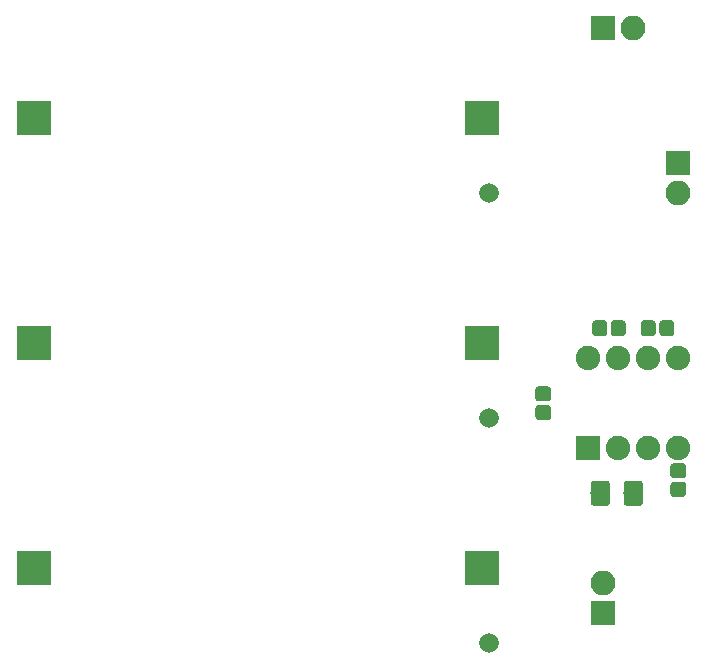
<source format=gbr>
G04 #@! TF.GenerationSoftware,KiCad,Pcbnew,5.0.0+dfsg1-2*
G04 #@! TF.CreationDate,2019-06-02T14:02:43-05:00*
G04 #@! TF.ProjectId,scope-current-shunt,73636F70652D63757272656E742D7368,rev?*
G04 #@! TF.SameCoordinates,Original*
G04 #@! TF.FileFunction,Soldermask,Top*
G04 #@! TF.FilePolarity,Negative*
%FSLAX46Y46*%
G04 Gerber Fmt 4.6, Leading zero omitted, Abs format (unit mm)*
G04 Created by KiCad (PCBNEW 5.0.0+dfsg1-2) date Sun Jun  2 14:02:43 2019*
%MOMM*%
%LPD*%
G01*
G04 APERTURE LIST*
%ADD10C,0.100000*%
%ADD11C,1.275000*%
%ADD12R,2.100000X2.100000*%
%ADD13O,2.100000X2.100000*%
%ADD14C,1.650000*%
%ADD15R,2.076400X2.076400*%
%ADD16C,2.076400*%
%ADD17R,2.940000X2.940000*%
%ADD18C,1.670000*%
G04 APERTURE END LIST*
D10*
G04 #@! TO.C,C1*
G36*
X156559993Y-122516535D02*
X156590935Y-122521125D01*
X156621278Y-122528725D01*
X156650730Y-122539263D01*
X156679008Y-122552638D01*
X156705838Y-122568719D01*
X156730963Y-122587353D01*
X156754140Y-122608360D01*
X156775147Y-122631537D01*
X156793781Y-122656662D01*
X156809862Y-122683492D01*
X156823237Y-122711770D01*
X156833775Y-122741222D01*
X156841375Y-122771565D01*
X156845965Y-122802507D01*
X156847500Y-122833750D01*
X156847500Y-123546250D01*
X156845965Y-123577493D01*
X156841375Y-123608435D01*
X156833775Y-123638778D01*
X156823237Y-123668230D01*
X156809862Y-123696508D01*
X156793781Y-123723338D01*
X156775147Y-123748463D01*
X156754140Y-123771640D01*
X156730963Y-123792647D01*
X156705838Y-123811281D01*
X156679008Y-123827362D01*
X156650730Y-123840737D01*
X156621278Y-123851275D01*
X156590935Y-123858875D01*
X156559993Y-123863465D01*
X156528750Y-123865000D01*
X155891250Y-123865000D01*
X155860007Y-123863465D01*
X155829065Y-123858875D01*
X155798722Y-123851275D01*
X155769270Y-123840737D01*
X155740992Y-123827362D01*
X155714162Y-123811281D01*
X155689037Y-123792647D01*
X155665860Y-123771640D01*
X155644853Y-123748463D01*
X155626219Y-123723338D01*
X155610138Y-123696508D01*
X155596763Y-123668230D01*
X155586225Y-123638778D01*
X155578625Y-123608435D01*
X155574035Y-123577493D01*
X155572500Y-123546250D01*
X155572500Y-122833750D01*
X155574035Y-122802507D01*
X155578625Y-122771565D01*
X155586225Y-122741222D01*
X155596763Y-122711770D01*
X155610138Y-122683492D01*
X155626219Y-122656662D01*
X155644853Y-122631537D01*
X155665860Y-122608360D01*
X155689037Y-122587353D01*
X155714162Y-122568719D01*
X155740992Y-122552638D01*
X155769270Y-122539263D01*
X155798722Y-122528725D01*
X155829065Y-122521125D01*
X155860007Y-122516535D01*
X155891250Y-122515000D01*
X156528750Y-122515000D01*
X156559993Y-122516535D01*
X156559993Y-122516535D01*
G37*
D11*
X156210000Y-123190000D03*
D10*
G36*
X154984993Y-122516535D02*
X155015935Y-122521125D01*
X155046278Y-122528725D01*
X155075730Y-122539263D01*
X155104008Y-122552638D01*
X155130838Y-122568719D01*
X155155963Y-122587353D01*
X155179140Y-122608360D01*
X155200147Y-122631537D01*
X155218781Y-122656662D01*
X155234862Y-122683492D01*
X155248237Y-122711770D01*
X155258775Y-122741222D01*
X155266375Y-122771565D01*
X155270965Y-122802507D01*
X155272500Y-122833750D01*
X155272500Y-123546250D01*
X155270965Y-123577493D01*
X155266375Y-123608435D01*
X155258775Y-123638778D01*
X155248237Y-123668230D01*
X155234862Y-123696508D01*
X155218781Y-123723338D01*
X155200147Y-123748463D01*
X155179140Y-123771640D01*
X155155963Y-123792647D01*
X155130838Y-123811281D01*
X155104008Y-123827362D01*
X155075730Y-123840737D01*
X155046278Y-123851275D01*
X155015935Y-123858875D01*
X154984993Y-123863465D01*
X154953750Y-123865000D01*
X154316250Y-123865000D01*
X154285007Y-123863465D01*
X154254065Y-123858875D01*
X154223722Y-123851275D01*
X154194270Y-123840737D01*
X154165992Y-123827362D01*
X154139162Y-123811281D01*
X154114037Y-123792647D01*
X154090860Y-123771640D01*
X154069853Y-123748463D01*
X154051219Y-123723338D01*
X154035138Y-123696508D01*
X154021763Y-123668230D01*
X154011225Y-123638778D01*
X154003625Y-123608435D01*
X153999035Y-123577493D01*
X153997500Y-123546250D01*
X153997500Y-122833750D01*
X153999035Y-122802507D01*
X154003625Y-122771565D01*
X154011225Y-122741222D01*
X154021763Y-122711770D01*
X154035138Y-122683492D01*
X154051219Y-122656662D01*
X154069853Y-122631537D01*
X154090860Y-122608360D01*
X154114037Y-122587353D01*
X154139162Y-122568719D01*
X154165992Y-122552638D01*
X154194270Y-122539263D01*
X154223722Y-122528725D01*
X154254065Y-122521125D01*
X154285007Y-122516535D01*
X154316250Y-122515000D01*
X154953750Y-122515000D01*
X154984993Y-122516535D01*
X154984993Y-122516535D01*
G37*
D11*
X154635000Y-123190000D03*
G04 #@! TD*
D10*
G04 #@! TO.C,C2*
G36*
X161677493Y-136194035D02*
X161708435Y-136198625D01*
X161738778Y-136206225D01*
X161768230Y-136216763D01*
X161796508Y-136230138D01*
X161823338Y-136246219D01*
X161848463Y-136264853D01*
X161871640Y-136285860D01*
X161892647Y-136309037D01*
X161911281Y-136334162D01*
X161927362Y-136360992D01*
X161940737Y-136389270D01*
X161951275Y-136418722D01*
X161958875Y-136449065D01*
X161963465Y-136480007D01*
X161965000Y-136511250D01*
X161965000Y-137148750D01*
X161963465Y-137179993D01*
X161958875Y-137210935D01*
X161951275Y-137241278D01*
X161940737Y-137270730D01*
X161927362Y-137299008D01*
X161911281Y-137325838D01*
X161892647Y-137350963D01*
X161871640Y-137374140D01*
X161848463Y-137395147D01*
X161823338Y-137413781D01*
X161796508Y-137429862D01*
X161768230Y-137443237D01*
X161738778Y-137453775D01*
X161708435Y-137461375D01*
X161677493Y-137465965D01*
X161646250Y-137467500D01*
X160933750Y-137467500D01*
X160902507Y-137465965D01*
X160871565Y-137461375D01*
X160841222Y-137453775D01*
X160811770Y-137443237D01*
X160783492Y-137429862D01*
X160756662Y-137413781D01*
X160731537Y-137395147D01*
X160708360Y-137374140D01*
X160687353Y-137350963D01*
X160668719Y-137325838D01*
X160652638Y-137299008D01*
X160639263Y-137270730D01*
X160628725Y-137241278D01*
X160621125Y-137210935D01*
X160616535Y-137179993D01*
X160615000Y-137148750D01*
X160615000Y-136511250D01*
X160616535Y-136480007D01*
X160621125Y-136449065D01*
X160628725Y-136418722D01*
X160639263Y-136389270D01*
X160652638Y-136360992D01*
X160668719Y-136334162D01*
X160687353Y-136309037D01*
X160708360Y-136285860D01*
X160731537Y-136264853D01*
X160756662Y-136246219D01*
X160783492Y-136230138D01*
X160811770Y-136216763D01*
X160841222Y-136206225D01*
X160871565Y-136198625D01*
X160902507Y-136194035D01*
X160933750Y-136192500D01*
X161646250Y-136192500D01*
X161677493Y-136194035D01*
X161677493Y-136194035D01*
G37*
D11*
X161290000Y-136830000D03*
D10*
G36*
X161677493Y-134619035D02*
X161708435Y-134623625D01*
X161738778Y-134631225D01*
X161768230Y-134641763D01*
X161796508Y-134655138D01*
X161823338Y-134671219D01*
X161848463Y-134689853D01*
X161871640Y-134710860D01*
X161892647Y-134734037D01*
X161911281Y-134759162D01*
X161927362Y-134785992D01*
X161940737Y-134814270D01*
X161951275Y-134843722D01*
X161958875Y-134874065D01*
X161963465Y-134905007D01*
X161965000Y-134936250D01*
X161965000Y-135573750D01*
X161963465Y-135604993D01*
X161958875Y-135635935D01*
X161951275Y-135666278D01*
X161940737Y-135695730D01*
X161927362Y-135724008D01*
X161911281Y-135750838D01*
X161892647Y-135775963D01*
X161871640Y-135799140D01*
X161848463Y-135820147D01*
X161823338Y-135838781D01*
X161796508Y-135854862D01*
X161768230Y-135868237D01*
X161738778Y-135878775D01*
X161708435Y-135886375D01*
X161677493Y-135890965D01*
X161646250Y-135892500D01*
X160933750Y-135892500D01*
X160902507Y-135890965D01*
X160871565Y-135886375D01*
X160841222Y-135878775D01*
X160811770Y-135868237D01*
X160783492Y-135854862D01*
X160756662Y-135838781D01*
X160731537Y-135820147D01*
X160708360Y-135799140D01*
X160687353Y-135775963D01*
X160668719Y-135750838D01*
X160652638Y-135724008D01*
X160639263Y-135695730D01*
X160628725Y-135666278D01*
X160621125Y-135635935D01*
X160616535Y-135604993D01*
X160615000Y-135573750D01*
X160615000Y-134936250D01*
X160616535Y-134905007D01*
X160621125Y-134874065D01*
X160628725Y-134843722D01*
X160639263Y-134814270D01*
X160652638Y-134785992D01*
X160668719Y-134759162D01*
X160687353Y-134734037D01*
X160708360Y-134710860D01*
X160731537Y-134689853D01*
X160756662Y-134671219D01*
X160783492Y-134655138D01*
X160811770Y-134641763D01*
X160841222Y-134631225D01*
X160871565Y-134623625D01*
X160902507Y-134619035D01*
X160933750Y-134617500D01*
X161646250Y-134617500D01*
X161677493Y-134619035D01*
X161677493Y-134619035D01*
G37*
D11*
X161290000Y-135255000D03*
G04 #@! TD*
D12*
G04 #@! TO.C,J1*
X154940000Y-147320000D03*
D13*
X154940000Y-144780000D03*
G04 #@! TD*
G04 #@! TO.C,J2*
X157480000Y-97790000D03*
D12*
X154940000Y-97790000D03*
G04 #@! TD*
D10*
G04 #@! TO.C,R1*
G36*
X158007346Y-136086589D02*
X158039380Y-136091341D01*
X158070794Y-136099210D01*
X158101286Y-136110120D01*
X158130561Y-136123966D01*
X158158338Y-136140615D01*
X158184350Y-136159907D01*
X158208345Y-136181655D01*
X158230093Y-136205650D01*
X158249385Y-136231662D01*
X158266034Y-136259439D01*
X158279880Y-136288714D01*
X158290790Y-136319206D01*
X158298659Y-136350620D01*
X158303411Y-136382654D01*
X158305000Y-136415000D01*
X158305000Y-137905000D01*
X158303411Y-137937346D01*
X158298659Y-137969380D01*
X158290790Y-138000794D01*
X158279880Y-138031286D01*
X158266034Y-138060561D01*
X158249385Y-138088338D01*
X158230093Y-138114350D01*
X158208345Y-138138345D01*
X158184350Y-138160093D01*
X158158338Y-138179385D01*
X158130561Y-138196034D01*
X158101286Y-138209880D01*
X158070794Y-138220790D01*
X158039380Y-138228659D01*
X158007346Y-138233411D01*
X157975000Y-138235000D01*
X156985000Y-138235000D01*
X156952654Y-138233411D01*
X156920620Y-138228659D01*
X156889206Y-138220790D01*
X156858714Y-138209880D01*
X156829439Y-138196034D01*
X156801662Y-138179385D01*
X156775650Y-138160093D01*
X156751655Y-138138345D01*
X156729907Y-138114350D01*
X156710615Y-138088338D01*
X156693966Y-138060561D01*
X156680120Y-138031286D01*
X156669210Y-138000794D01*
X156661341Y-137969380D01*
X156656589Y-137937346D01*
X156655000Y-137905000D01*
X156655000Y-136415000D01*
X156656589Y-136382654D01*
X156661341Y-136350620D01*
X156669210Y-136319206D01*
X156680120Y-136288714D01*
X156693966Y-136259439D01*
X156710615Y-136231662D01*
X156729907Y-136205650D01*
X156751655Y-136181655D01*
X156775650Y-136159907D01*
X156801662Y-136140615D01*
X156829439Y-136123966D01*
X156858714Y-136110120D01*
X156889206Y-136099210D01*
X156920620Y-136091341D01*
X156952654Y-136086589D01*
X156985000Y-136085000D01*
X157975000Y-136085000D01*
X158007346Y-136086589D01*
X158007346Y-136086589D01*
G37*
D14*
X157480000Y-137160000D03*
D10*
G36*
X155207346Y-136086589D02*
X155239380Y-136091341D01*
X155270794Y-136099210D01*
X155301286Y-136110120D01*
X155330561Y-136123966D01*
X155358338Y-136140615D01*
X155384350Y-136159907D01*
X155408345Y-136181655D01*
X155430093Y-136205650D01*
X155449385Y-136231662D01*
X155466034Y-136259439D01*
X155479880Y-136288714D01*
X155490790Y-136319206D01*
X155498659Y-136350620D01*
X155503411Y-136382654D01*
X155505000Y-136415000D01*
X155505000Y-137905000D01*
X155503411Y-137937346D01*
X155498659Y-137969380D01*
X155490790Y-138000794D01*
X155479880Y-138031286D01*
X155466034Y-138060561D01*
X155449385Y-138088338D01*
X155430093Y-138114350D01*
X155408345Y-138138345D01*
X155384350Y-138160093D01*
X155358338Y-138179385D01*
X155330561Y-138196034D01*
X155301286Y-138209880D01*
X155270794Y-138220790D01*
X155239380Y-138228659D01*
X155207346Y-138233411D01*
X155175000Y-138235000D01*
X154185000Y-138235000D01*
X154152654Y-138233411D01*
X154120620Y-138228659D01*
X154089206Y-138220790D01*
X154058714Y-138209880D01*
X154029439Y-138196034D01*
X154001662Y-138179385D01*
X153975650Y-138160093D01*
X153951655Y-138138345D01*
X153929907Y-138114350D01*
X153910615Y-138088338D01*
X153893966Y-138060561D01*
X153880120Y-138031286D01*
X153869210Y-138000794D01*
X153861341Y-137969380D01*
X153856589Y-137937346D01*
X153855000Y-137905000D01*
X153855000Y-136415000D01*
X153856589Y-136382654D01*
X153861341Y-136350620D01*
X153869210Y-136319206D01*
X153880120Y-136288714D01*
X153893966Y-136259439D01*
X153910615Y-136231662D01*
X153929907Y-136205650D01*
X153951655Y-136181655D01*
X153975650Y-136159907D01*
X154001662Y-136140615D01*
X154029439Y-136123966D01*
X154058714Y-136110120D01*
X154089206Y-136099210D01*
X154120620Y-136091341D01*
X154152654Y-136086589D01*
X154185000Y-136085000D01*
X155175000Y-136085000D01*
X155207346Y-136086589D01*
X155207346Y-136086589D01*
G37*
D14*
X154680000Y-137160000D03*
G04 #@! TD*
D10*
G04 #@! TO.C,R2*
G36*
X159099993Y-122516535D02*
X159130935Y-122521125D01*
X159161278Y-122528725D01*
X159190730Y-122539263D01*
X159219008Y-122552638D01*
X159245838Y-122568719D01*
X159270963Y-122587353D01*
X159294140Y-122608360D01*
X159315147Y-122631537D01*
X159333781Y-122656662D01*
X159349862Y-122683492D01*
X159363237Y-122711770D01*
X159373775Y-122741222D01*
X159381375Y-122771565D01*
X159385965Y-122802507D01*
X159387500Y-122833750D01*
X159387500Y-123546250D01*
X159385965Y-123577493D01*
X159381375Y-123608435D01*
X159373775Y-123638778D01*
X159363237Y-123668230D01*
X159349862Y-123696508D01*
X159333781Y-123723338D01*
X159315147Y-123748463D01*
X159294140Y-123771640D01*
X159270963Y-123792647D01*
X159245838Y-123811281D01*
X159219008Y-123827362D01*
X159190730Y-123840737D01*
X159161278Y-123851275D01*
X159130935Y-123858875D01*
X159099993Y-123863465D01*
X159068750Y-123865000D01*
X158431250Y-123865000D01*
X158400007Y-123863465D01*
X158369065Y-123858875D01*
X158338722Y-123851275D01*
X158309270Y-123840737D01*
X158280992Y-123827362D01*
X158254162Y-123811281D01*
X158229037Y-123792647D01*
X158205860Y-123771640D01*
X158184853Y-123748463D01*
X158166219Y-123723338D01*
X158150138Y-123696508D01*
X158136763Y-123668230D01*
X158126225Y-123638778D01*
X158118625Y-123608435D01*
X158114035Y-123577493D01*
X158112500Y-123546250D01*
X158112500Y-122833750D01*
X158114035Y-122802507D01*
X158118625Y-122771565D01*
X158126225Y-122741222D01*
X158136763Y-122711770D01*
X158150138Y-122683492D01*
X158166219Y-122656662D01*
X158184853Y-122631537D01*
X158205860Y-122608360D01*
X158229037Y-122587353D01*
X158254162Y-122568719D01*
X158280992Y-122552638D01*
X158309270Y-122539263D01*
X158338722Y-122528725D01*
X158369065Y-122521125D01*
X158400007Y-122516535D01*
X158431250Y-122515000D01*
X159068750Y-122515000D01*
X159099993Y-122516535D01*
X159099993Y-122516535D01*
G37*
D11*
X158750000Y-123190000D03*
D10*
G36*
X160674993Y-122516535D02*
X160705935Y-122521125D01*
X160736278Y-122528725D01*
X160765730Y-122539263D01*
X160794008Y-122552638D01*
X160820838Y-122568719D01*
X160845963Y-122587353D01*
X160869140Y-122608360D01*
X160890147Y-122631537D01*
X160908781Y-122656662D01*
X160924862Y-122683492D01*
X160938237Y-122711770D01*
X160948775Y-122741222D01*
X160956375Y-122771565D01*
X160960965Y-122802507D01*
X160962500Y-122833750D01*
X160962500Y-123546250D01*
X160960965Y-123577493D01*
X160956375Y-123608435D01*
X160948775Y-123638778D01*
X160938237Y-123668230D01*
X160924862Y-123696508D01*
X160908781Y-123723338D01*
X160890147Y-123748463D01*
X160869140Y-123771640D01*
X160845963Y-123792647D01*
X160820838Y-123811281D01*
X160794008Y-123827362D01*
X160765730Y-123840737D01*
X160736278Y-123851275D01*
X160705935Y-123858875D01*
X160674993Y-123863465D01*
X160643750Y-123865000D01*
X160006250Y-123865000D01*
X159975007Y-123863465D01*
X159944065Y-123858875D01*
X159913722Y-123851275D01*
X159884270Y-123840737D01*
X159855992Y-123827362D01*
X159829162Y-123811281D01*
X159804037Y-123792647D01*
X159780860Y-123771640D01*
X159759853Y-123748463D01*
X159741219Y-123723338D01*
X159725138Y-123696508D01*
X159711763Y-123668230D01*
X159701225Y-123638778D01*
X159693625Y-123608435D01*
X159689035Y-123577493D01*
X159687500Y-123546250D01*
X159687500Y-122833750D01*
X159689035Y-122802507D01*
X159693625Y-122771565D01*
X159701225Y-122741222D01*
X159711763Y-122711770D01*
X159725138Y-122683492D01*
X159741219Y-122656662D01*
X159759853Y-122631537D01*
X159780860Y-122608360D01*
X159804037Y-122587353D01*
X159829162Y-122568719D01*
X159855992Y-122552638D01*
X159884270Y-122539263D01*
X159913722Y-122528725D01*
X159944065Y-122521125D01*
X159975007Y-122516535D01*
X160006250Y-122515000D01*
X160643750Y-122515000D01*
X160674993Y-122516535D01*
X160674993Y-122516535D01*
G37*
D11*
X160325000Y-123190000D03*
G04 #@! TD*
D10*
G04 #@! TO.C,R3*
G36*
X150247493Y-129691535D02*
X150278435Y-129696125D01*
X150308778Y-129703725D01*
X150338230Y-129714263D01*
X150366508Y-129727638D01*
X150393338Y-129743719D01*
X150418463Y-129762353D01*
X150441640Y-129783360D01*
X150462647Y-129806537D01*
X150481281Y-129831662D01*
X150497362Y-129858492D01*
X150510737Y-129886770D01*
X150521275Y-129916222D01*
X150528875Y-129946565D01*
X150533465Y-129977507D01*
X150535000Y-130008750D01*
X150535000Y-130646250D01*
X150533465Y-130677493D01*
X150528875Y-130708435D01*
X150521275Y-130738778D01*
X150510737Y-130768230D01*
X150497362Y-130796508D01*
X150481281Y-130823338D01*
X150462647Y-130848463D01*
X150441640Y-130871640D01*
X150418463Y-130892647D01*
X150393338Y-130911281D01*
X150366508Y-130927362D01*
X150338230Y-130940737D01*
X150308778Y-130951275D01*
X150278435Y-130958875D01*
X150247493Y-130963465D01*
X150216250Y-130965000D01*
X149503750Y-130965000D01*
X149472507Y-130963465D01*
X149441565Y-130958875D01*
X149411222Y-130951275D01*
X149381770Y-130940737D01*
X149353492Y-130927362D01*
X149326662Y-130911281D01*
X149301537Y-130892647D01*
X149278360Y-130871640D01*
X149257353Y-130848463D01*
X149238719Y-130823338D01*
X149222638Y-130796508D01*
X149209263Y-130768230D01*
X149198725Y-130738778D01*
X149191125Y-130708435D01*
X149186535Y-130677493D01*
X149185000Y-130646250D01*
X149185000Y-130008750D01*
X149186535Y-129977507D01*
X149191125Y-129946565D01*
X149198725Y-129916222D01*
X149209263Y-129886770D01*
X149222638Y-129858492D01*
X149238719Y-129831662D01*
X149257353Y-129806537D01*
X149278360Y-129783360D01*
X149301537Y-129762353D01*
X149326662Y-129743719D01*
X149353492Y-129727638D01*
X149381770Y-129714263D01*
X149411222Y-129703725D01*
X149441565Y-129696125D01*
X149472507Y-129691535D01*
X149503750Y-129690000D01*
X150216250Y-129690000D01*
X150247493Y-129691535D01*
X150247493Y-129691535D01*
G37*
D11*
X149860000Y-130327500D03*
D10*
G36*
X150247493Y-128116535D02*
X150278435Y-128121125D01*
X150308778Y-128128725D01*
X150338230Y-128139263D01*
X150366508Y-128152638D01*
X150393338Y-128168719D01*
X150418463Y-128187353D01*
X150441640Y-128208360D01*
X150462647Y-128231537D01*
X150481281Y-128256662D01*
X150497362Y-128283492D01*
X150510737Y-128311770D01*
X150521275Y-128341222D01*
X150528875Y-128371565D01*
X150533465Y-128402507D01*
X150535000Y-128433750D01*
X150535000Y-129071250D01*
X150533465Y-129102493D01*
X150528875Y-129133435D01*
X150521275Y-129163778D01*
X150510737Y-129193230D01*
X150497362Y-129221508D01*
X150481281Y-129248338D01*
X150462647Y-129273463D01*
X150441640Y-129296640D01*
X150418463Y-129317647D01*
X150393338Y-129336281D01*
X150366508Y-129352362D01*
X150338230Y-129365737D01*
X150308778Y-129376275D01*
X150278435Y-129383875D01*
X150247493Y-129388465D01*
X150216250Y-129390000D01*
X149503750Y-129390000D01*
X149472507Y-129388465D01*
X149441565Y-129383875D01*
X149411222Y-129376275D01*
X149381770Y-129365737D01*
X149353492Y-129352362D01*
X149326662Y-129336281D01*
X149301537Y-129317647D01*
X149278360Y-129296640D01*
X149257353Y-129273463D01*
X149238719Y-129248338D01*
X149222638Y-129221508D01*
X149209263Y-129193230D01*
X149198725Y-129163778D01*
X149191125Y-129133435D01*
X149186535Y-129102493D01*
X149185000Y-129071250D01*
X149185000Y-128433750D01*
X149186535Y-128402507D01*
X149191125Y-128371565D01*
X149198725Y-128341222D01*
X149209263Y-128311770D01*
X149222638Y-128283492D01*
X149238719Y-128256662D01*
X149257353Y-128231537D01*
X149278360Y-128208360D01*
X149301537Y-128187353D01*
X149326662Y-128168719D01*
X149353492Y-128152638D01*
X149381770Y-128139263D01*
X149411222Y-128128725D01*
X149441565Y-128121125D01*
X149472507Y-128116535D01*
X149503750Y-128115000D01*
X150216250Y-128115000D01*
X150247493Y-128116535D01*
X150247493Y-128116535D01*
G37*
D11*
X149860000Y-128752500D03*
G04 #@! TD*
D15*
G04 #@! TO.C,U1*
X153670000Y-133350000D03*
D16*
X156210000Y-133350000D03*
X158750000Y-133350000D03*
X161290000Y-133350000D03*
X161290000Y-125730000D03*
X158750000Y-125730000D03*
X156210000Y-125730000D03*
X153670000Y-125730000D03*
G04 #@! TD*
D17*
G04 #@! TO.C,U2*
X106756200Y-124460000D03*
X144703800Y-124460000D03*
D18*
X145288000Y-130810000D03*
G04 #@! TD*
G04 #@! TO.C,U3*
X145288000Y-111760000D03*
D17*
X144703800Y-105410000D03*
X106756200Y-105410000D03*
G04 #@! TD*
G04 #@! TO.C,U4*
X106756200Y-143510000D03*
X144703800Y-143510000D03*
D18*
X145288000Y-149860000D03*
G04 #@! TD*
D12*
G04 #@! TO.C,J3*
X161290000Y-109220000D03*
D13*
X161290000Y-111760000D03*
G04 #@! TD*
M02*

</source>
